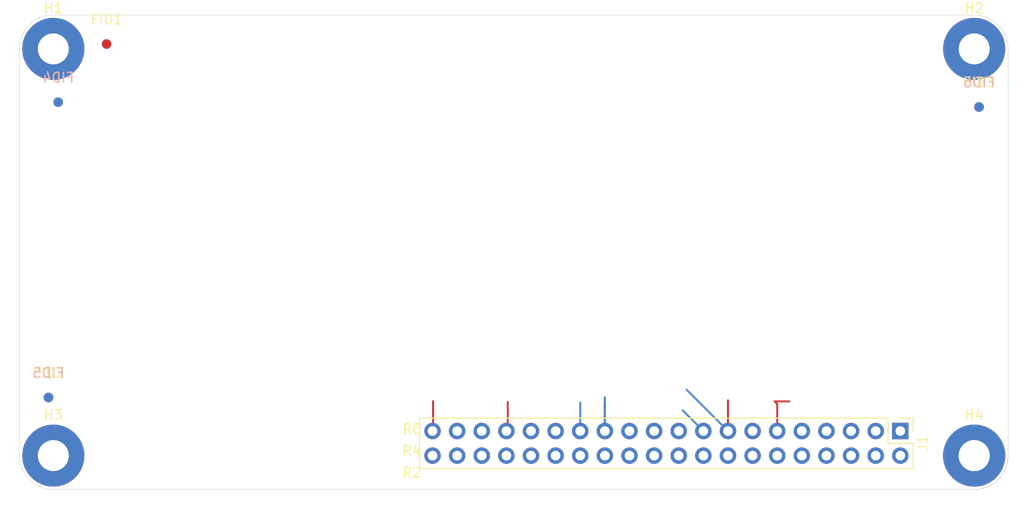
<source format=kicad_pcb>
(kicad_pcb (version 20240108) (generator "pcbnew") (generator_version "8.0")
  (layers (0 "F.Cu" signal) (31 "B.Cu" signal) (34 "B.Paste" user) (35 "F.Paste" user) (36 "B.SilkS" user "B.Silkscreen") (37 "F.SilkS" user "F.Silkscreen") (38 "B.Mask" user) (39 "F.Mask" user) (44 "Edge.Cuts" user))
  (net 0 "")
  (net 1 "unconnected-(J1-Pin_11-Pad11)")
  (net 7 "unconnected-(J1-Pin_33-Pad33)")
  (net 10 "unconnected-(J1-Pin_38-Pad38)")
  (net 11 "unconnected-(J1-Pin_17-Pad17)")
  (net 15 "unconnected-(J1-Pin_39-Pad39)")
  (net 17 "unconnected-(J1-Pin_27-Pad27)")
  (net 27 "unconnected-(J1-Pin_15-Pad15)")
  (net 30 "unconnected-(J1-Pin_25-Pad25)")
  (net 38 "unconnected-(J1-Pin_19-Pad19)")
  (footprint "Connector_PinHeader_2.54mm:PinHeader_2x20_P2.54mm_Vertical" (layer "F.Cu") (at 184.88 115.46 -90)
    (property "Reference" "J1" (at 1.27 -2.33 90) (layer "F.SilkS"))
    (property "Value" "Conn_02x20_Odd_Even")
    (fp_line (start -1.33 49.59) (end 3.87 49.59) (stroke (width 0.12)) (layer "F.SilkS"))
    (fp_line (start -1.33 1.27) (end -1.33 49.59) (stroke (width 0.12)) (layer "F.SilkS"))
    (fp_line (start -1.33 1.27) (end 1.27 1.27) (stroke (width 0.12)) (layer "F.SilkS"))
    (fp_line (start 1.27 1.27) (end 1.27 -1.33) (stroke (width 0.12)) (layer "F.SilkS"))
    (fp_line (start -1.33 0) (end -1.33 -1.33) (stroke (width 0.12)) (layer "F.SilkS"))
    (fp_line (start -1.33 -1.33) (end 0 -1.33) (stroke (width 0.12)) (layer "F.SilkS"))
    (fp_line (start 1.27 -1.33) (end 3.87 -1.33) (stroke (width 0.12)) (layer "F.SilkS"))
    (fp_line (start 3.87 -1.33) (end 3.87 49.59) (stroke (width 0.12)) (layer "F.SilkS"))
    (pad "1" thru_hole rect (at 0 0 270) (size 1.7 1.7) (drill 1) (layers "*.Cu" "*.Mask"))
    (pad "2" thru_hole oval (at 2.54 0 270) (size 1.7 1.7) (drill 1) (layers "*.Cu" "*.Mask"))
    (pad "3" thru_hole oval (at 0 2.54 270) (size 1.7 1.7) (drill 1) (layers "*.Cu" "*.Mask"))
    (pad "4" thru_hole oval (at 2.54 2.54 270) (size 1.7 1.7) (drill 1) (layers "*.Cu" "*.Mask"))
    (pad "5" thru_hole oval (at 0 5.08 270) (size 1.7 1.7) (drill 1) (layers "*.Cu" "*.Mask"))
    (pad "6" thru_hole oval (at 2.54 5.08 270) (size 1.7 1.7) (drill 1) (layers "*.Cu" "*.Mask"))
    (pad "7" thru_hole oval (at 0 7.62 270) (size 1.7 1.7) (drill 1) (layers "*.Cu" "*.Mask"))
    (pad "8" thru_hole oval (at 2.54 7.62 270) (size 1.7 1.7) (drill 1) (layers "*.Cu" "*.Mask"))
    (pad "9" thru_hole oval (at 0 10.16 270) (size 1.7 1.7) (drill 1) (layers "*.Cu" "*.Mask"))
    (pad "10" thru_hole oval (at 2.54 10.16 270) (size 1.7 1.7) (drill 1) (layers "*.Cu" "*.Mask"))
    (pad "11" thru_hole oval (at 0 12.7 270) (size 1.7 1.7) (drill 1) (layers "*.Cu" "*.Mask") (net 1 "unconnected-(J1-Pin_11-Pad11)"))
    (pad "12" thru_hole oval (at 2.54 12.7 270) (size 1.7 1.7) (drill 1) (layers "*.Cu" "*.Mask"))
    (pad "13" thru_hole oval (at 0 15.24 270) (size 1.7 1.7) (drill 1) (layers "*.Cu" "*.Mask"))
    (pad "14" thru_hole oval (at 2.54 15.24 270) (size 1.7 1.7) (drill 1) (layers "*.Cu" "*.Mask"))
    (pad "15" thru_hole oval (at 0 17.78 270) (size 1.7 1.7) (drill 1) (layers "*.Cu" "*.Mask") (net 27 "unconnected-(J1-Pin_15-Pad15)"))
    (pad "16" thru_hole oval (at 2.54 17.78 270) (size 1.7 1.7) (drill 1) (layers "*.Cu" "*.Mask"))
    (pad "17" thru_hole oval (at 0 20.32 270) (size 1.7 1.7) (drill 1) (layers "*.Cu" "*.Mask") (net 11 "unconnected-(J1-Pin_17-Pad17)"))
    (pad "18" thru_hole oval (at 2.54 20.32 270) (size 1.7 1.7) (drill 1) (layers "*.Cu" "*.Mask"))
    (pad "19" thru_hole oval (at 0 22.86 270) (size 1.7 1.7) (drill 1) (layers "*.Cu" "*.Mask") (net 38 "unconnected-(J1-Pin_19-Pad19)"))
    (pad "20" thru_hole oval (at 2.54 22.86 270) (size 1.7 1.7) (drill 1) (layers "*.Cu" "*.Mask"))
    (pad "21" thru_hole oval (at 0 25.4 270) (size 1.7 1.7) (drill 1) (layers "*.Cu" "*.Mask"))
    (pad "22" thru_hole oval (at 2.54 25.4 270) (size 1.7 1.7) (drill 1) (layers "*.Cu" "*.Mask"))
    (pad "23" thru_hole oval (at 0 27.94 270) (size 1.7 1.7) (drill 1) (layers "*.Cu" "*.Mask"))
    (pad "24" thru_hole oval (at 2.54 27.94 270) (size 1.7 1.7) (drill 1) (layers "*.Cu" "*.Mask"))
    (pad "25" thru_hole oval (at 0 30.48 270) (size 1.7 1.7) (drill 1) (layers "*.Cu" "*.Mask") (net 30 "unconnected-(J1-Pin_25-Pad25)"))
    (pad "26" thru_hole oval (at 2.54 30.48 270) (size 1.7 1.7) (drill 1) (layers "*.Cu" "*.Mask"))
    (pad "27" thru_hole oval (at 0 33.02 270) (size 1.7 1.7) (drill 1) (layers "*.Cu" "*.Mask") (net 17 "unconnected-(J1-Pin_27-Pad27)"))
    (pad "28" thru_hole oval (at 2.54 33.02 270) (size 1.7 1.7) (drill 1) (layers "*.Cu" "*.Mask"))
    (pad "29" thru_hole oval (at 0 35.56 270) (size 1.7 1.7) (drill 1) (layers "*.Cu" "*.Mask"))
    (pad "30" thru_hole oval (at 2.54 35.56 270) (size 1.7 1.7) (drill 1) (layers "*.Cu" "*.Mask"))
    (pad "31" thru_hole oval (at 0 38.1 270) (size 1.7 1.7) (drill 1) (layers "*.Cu" "*.Mask"))
    (pad "32" thru_hole oval (at 2.54 38.1 270) (size 1.7 1.7) (drill 1) (layers "*.Cu" "*.Mask"))
    (pad "33" thru_hole oval (at 0 40.64 270) (size 1.7 1.7) (drill 1) (layers "*.Cu" "*.Mask") (net 7 "unconnected-(J1-Pin_33-Pad33)"))
    (pad "34" thru_hole oval (at 2.54 40.64 270) (size 1.7 1.7) (drill 1) (layers "*.Cu" "*.Mask"))
    (pad "35" thru_hole oval (at 0 43.18 270) (size 1.7 1.7) (drill 1) (layers "*.Cu" "*.Mask"))
    (pad "36" thru_hole oval (at 2.54 43.18 270) (size 1.7 1.7) (drill 1) (layers "*.Cu" "*.Mask"))
    (pad "37" thru_hole oval (at 0 45.72 270) (size 1.7 1.7) (drill 1) (layers "*.Cu" "*.Mask"))
    (pad "38" thru_hole oval (at 2.54 45.72 270) (size 1.7 1.7) (drill 1) (layers "*.Cu" "*.Mask") (net 10 "unconnected-(J1-Pin_38-Pad38)"))
    (pad "39" thru_hole oval (at 0 48.26 270) (size 1.7 1.7) (drill 1) (layers "*.Cu" "*.Mask") (net 15 "unconnected-(J1-Pin_39-Pad39)"))
    (pad "40" thru_hole oval (at 2.54 48.26 270) (size 1.7 1.7) (drill 1) (layers "*.Cu" "*.Mask"))
  )
  (footprint "MountingHole:MountingHole_3.2mm_M3_Pad" (layer "F.Cu") (at 192.5 76)
    (property "Reference" "H2" (at 0 -4.2 0) (layer "F.SilkS"))
    (property "Value" "MountingHole")
    (pad "1" thru_hole circle (at 0 0) (size 6.4 6.4) (drill 3.2) (layers "*.Cu" "*.Mask"))
  )
  (footprint "MountingHole:MountingHole_3.2mm_M3_Pad" (layer "F.Cu") (at 192.5 118)
    (property "Reference" "H4" (at 0 -4.2 0) (layer "F.SilkS"))
    (property "Value" "MountingHole")
    (pad "1" thru_hole circle (at 0 0) (size 6.4 6.4) (drill 3.2) (layers "*.Cu" "*.Mask"))
  )
  (footprint "MountingHole:MountingHole_3.2mm_M3_Pad" (layer "F.Cu") (at 192.5 118 -90)
    (property "Reference" "H5" (hide yes))
    (property "Value" "MountingHole")
    (pad "1" thru_hole circle (at 0 0 270) (size 6.4 6.4) (drill 3.2) (layers "*.Cu" "*.Mask"))
  )
  (footprint "MountingHole:MountingHole_3.2mm_M3_Pad" (layer "F.Cu") (at 97.5 76)
    (property "Reference" "H1" (at 0 -4.2 0) (layer "F.SilkS"))
    (property "Value" "MountingHole")
    (pad "1" thru_hole circle (at 0 0) (size 6.4 6.4) (drill 3.2) (layers "*.Cu" "*.Mask"))
  )
  (footprint "Fiducial:Fiducial_1mm_Mask3mm" (layer "F.Cu") (at 103 75.5)
    (property "Reference" "FID1" (at 0 -2.54 0) (layer "F.SilkS"))
    (property "Value" "Fiducial")
    (pad "" smd circle (at 0 0) (size 1 1) (layers "F.Cu" "F.Mask") (clearance 1))
  )
  (footprint "Fiducial:Fiducial_1mm_Mask3mm" (layer "F.Cu") (at 97 112)
    (property "Reference" "FID2" (at 0 -2.54 0) (layer "F.SilkS"))
    (property "Value" "Fiducial")
    (pad "" smd circle (at 0 0) (size 1 1) (layers "F.Cu" "F.Mask") (clearance 1))
  )
  (footprint "MountingHole:MountingHole_3.2mm_M3_Pad" (layer "F.Cu") (at 97.5 118)
    (property "Reference" "H3" (at 0 -4.2 0) (layer "F.SilkS"))
    (property "Value" "MountingHole")
    (pad "1" thru_hole circle (at 0 0) (size 6.4 6.4) (drill 3.2) (layers "*.Cu" "*.Mask"))
  )
  (footprint "Fiducial:Fiducial_1mm_Mask3mm" (layer "F.Cu") (at 193 82)
    (property "Reference" "FID3" (at 0 -2.54 0) (layer "F.SilkS"))
    (property "Value" "Fiducial")
    (pad "" smd circle (at 0 0) (size 1 1) (layers "F.Cu" "F.Mask") (clearance 1))
  )
  (footprint "Fiducial:Fiducial_1mm_Mask3mm" (layer "B.Cu") (at 193 82 180)
    (property "Reference" "FID6" (at 0 2.54 0) (layer "B.SilkS") (effects (justify mirror)))
    (property "Value" "Fiducial")
    (pad "" smd circle (at 0 0 180) (size 1 1) (layers "B.Cu" "B.Mask") (clearance 1))
  )
  (footprint "Fiducial:Fiducial_1mm_Mask3mm" (layer "B.Cu") (at 98 81.5 180)
    (property "Reference" "FID4" (at 0 2.54 0) (layer "B.SilkS") (effects (justify mirror)))
    (property "Value" "Fiducial")
    (pad "" smd circle (at 0 0 180) (size 1 1) (layers "B.Cu" "B.Mask") (clearance 1))
  )
  (footprint "Fiducial:Fiducial_1mm_Mask3mm" (layer "B.Cu") (at 97 112 180)
    (property "Reference" "FID5" (at 0 2.54 0) (layer "B.SilkS") (effects (justify mirror)))
    (property "Value" "Fiducial")
    (pad "" smd circle (at 0 0 180) (size 1 1) (layers "B.Cu" "B.Mask") (clearance 1))
  )
  (gr_arc (start 196 118) (mid 194.974874 120.474874) (end 192.5 121.5) (stroke (width 0.05)) (layer "Edge.Cuts"))
  (gr_arc (start 196 118) (mid 194.974874 120.474874) (end 192.5 121.5) (stroke (width 0.05)) (layer "Edge.Cuts"))
  (gr_line (start 192.5 121.5) (end 97.5 121.5) (stroke (width 0.05)) (layer "Edge.Cuts"))
  (gr_arc (start 94 76) (mid 95.025126 73.525126) (end 97.5 72.5) (stroke (width 0.05)) (layer "Edge.Cuts"))
  (gr_line (start 97.5 72.5) (end 192.5 72.5) (stroke (width 0.05)) (layer "Edge.Cuts"))
  (gr_arc (start 97.5 121.5) (mid 95.025126 120.474874) (end 94 118) (stroke (width 0.05)) (layer "Edge.Cuts"))
  (gr_arc (start 192.5 72.5) (mid 194.974874 73.525126) (end 196 76) (stroke (width 0.05)) (layer "Edge.Cuts"))
  (gr_line (start 196 76) (end 196 118) (stroke (width 0.05)) (layer "Edge.Cuts"))
  (gr_line (start 94 118) (end 94 76) (stroke (width 0.05)) (layer "Edge.Cuts"))
  (gr_text "R2" (at 134.5 119.75 0) (layer "F.SilkS") (effects (font (size 1 1))))
  (gr_text "R4" (at 134.475 117.5 0) (layer "F.SilkS") (effects (font (size 1 1))))
  (gr_text "R6" (at 134.5 115.25 0) (layer "F.SilkS") (effects (font (size 1 1))))
  (segment (start 173.43 112.4) (end 171.91 112.4) (width 0.2) (layer "F.Cu") (net 1))
  (segment (start 172.18 112.67) (end 172.18 115.46) (width 0.2) (layer "F.Cu") (net 1))
  (segment (start 171.91 112.4) (end 172.18 112.67) (width 0.2) (layer "F.Cu") (net 1))
  (segment (start 144.38 115.32) (end 144.24 115.46) (width 0.2) (layer "F.Cu") (net 7))
  (segment (start 144.38 112.46) (end 144.38 115.32) (width 0.2) (layer "F.Cu") (net 7))
  (segment (start 139.13 118) (end 139.16 118) (width 0.2) (layer "B.Cu") (net 10))
  (segment (start 164.56 115.46) (end 162.42 113.32) (width 0.2) (layer "B.Cu") (net 11))
  (segment (start 136.68 115.4) (end 136.62 115.46) (width 0.2) (layer "F.Cu") (net 15))
  (segment (start 136.68 112.375) (end 136.68 115.4) (width 0.2) (layer "F.Cu") (net 15))
  (segment (start 151.86 112.53) (end 151.86 115.46) (width 0.2) (layer "B.Cu") (net 17))
  (segment (start 167.1 112.285) (end 167.1 115.46) (width 0.2) (layer "F.Cu") (net 27))
  (segment (start 162.82 111.18) (end 167.1 115.46) (width 0.2) (layer "B.Cu") (net 27))
  (segment (start 154.38 112.46) (end 154.38 115.44) (width 0.2) (layer "F.Cu") (net 30))
  (segment (start 154.38 115.44) (end 154.4 115.46) (width 0.2) (layer "F.Cu") (net 30))
  (segment (start 154.4 111.97) (end 154.4 115.46) (width 0.2) (layer "B.Cu") (net 30))
  (segment (start 161.88 115.32) (end 162.02 115.46) (width 0.2) (layer "F.Cu") (net 38))
)
</source>
